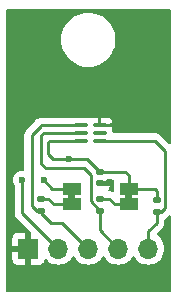
<source format=gbr>
%TF.GenerationSoftware,KiCad,Pcbnew,8.0.4-8.0.4-0~ubuntu22.04.1*%
%TF.CreationDate,2024-08-06T19:19:49+09:30*%
%TF.ProjectId,apds9306-65_breakout-board,61706473-3933-4303-962d-36355f627265,1.0*%
%TF.SameCoordinates,Original*%
%TF.FileFunction,Copper,L1,Top*%
%TF.FilePolarity,Positive*%
%FSLAX46Y46*%
G04 Gerber Fmt 4.6, Leading zero omitted, Abs format (unit mm)*
G04 Created by KiCad (PCBNEW 8.0.4-8.0.4-0~ubuntu22.04.1) date 2024-08-06 19:19:49*
%MOMM*%
%LPD*%
G01*
G04 APERTURE LIST*
G04 Aperture macros list*
%AMRoundRect*
0 Rectangle with rounded corners*
0 $1 Rounding radius*
0 $2 $3 $4 $5 $6 $7 $8 $9 X,Y pos of 4 corners*
0 Add a 4 corners polygon primitive as box body*
4,1,4,$2,$3,$4,$5,$6,$7,$8,$9,$2,$3,0*
0 Add four circle primitives for the rounded corners*
1,1,$1+$1,$2,$3*
1,1,$1+$1,$4,$5*
1,1,$1+$1,$6,$7*
1,1,$1+$1,$8,$9*
0 Add four rect primitives between the rounded corners*
20,1,$1+$1,$2,$3,$4,$5,0*
20,1,$1+$1,$4,$5,$6,$7,0*
20,1,$1+$1,$6,$7,$8,$9,0*
20,1,$1+$1,$8,$9,$2,$3,0*%
G04 Aperture macros list end*
%TA.AperFunction,EtchedComponent*%
%ADD10C,0.000000*%
%TD*%
%TA.AperFunction,ComponentPad*%
%ADD11O,1.700000X1.700000*%
%TD*%
%TA.AperFunction,ComponentPad*%
%ADD12R,1.700000X1.700000*%
%TD*%
%TA.AperFunction,SMDPad,CuDef*%
%ADD13RoundRect,0.140000X-0.170000X0.140000X-0.170000X-0.140000X0.170000X-0.140000X0.170000X0.140000X0*%
%TD*%
%TA.AperFunction,SMDPad,CuDef*%
%ADD14RoundRect,0.135000X-0.185000X0.135000X-0.185000X-0.135000X0.185000X-0.135000X0.185000X0.135000X0*%
%TD*%
%TA.AperFunction,SMDPad,CuDef*%
%ADD15R,1.500000X1.000000*%
%TD*%
%TA.AperFunction,SMDPad,CuDef*%
%ADD16RoundRect,0.075000X-0.512500X-0.075000X0.512500X-0.075000X0.512500X0.075000X-0.512500X0.075000X0*%
%TD*%
%TA.AperFunction,ViaPad*%
%ADD17C,0.600000*%
%TD*%
%TA.AperFunction,Conductor*%
%ADD18C,0.254000*%
%TD*%
G04 APERTURE END LIST*
D10*
%TA.AperFunction,EtchedComponent*%
%TO.C,JP2*%
G36*
X140980000Y-111030000D02*
G01*
X140380000Y-111030000D01*
X140380000Y-110530000D01*
X140980000Y-110530000D01*
X140980000Y-111030000D01*
G37*
%TD.AperFunction*%
%TA.AperFunction,EtchedComponent*%
%TO.C,JP1*%
G36*
X145780000Y-111030000D02*
G01*
X145180000Y-111030000D01*
X145180000Y-110530000D01*
X145780000Y-110530000D01*
X145780000Y-111030000D01*
G37*
%TD.AperFunction*%
%TD*%
D11*
%TO.P,J1,5,Pin_5*%
%TO.N,/~{INT}*%
X147160000Y-115180000D03*
%TO.P,J1,4,Pin_4*%
%TO.N,/SDA*%
X144620000Y-115180000D03*
%TO.P,J1,3,Pin_3*%
%TO.N,/SCL*%
X142080000Y-115180000D03*
%TO.P,J1,2,Pin_2*%
%TO.N,+3.3V*%
X139540000Y-115180000D03*
D12*
%TO.P,J1,1,Pin_1*%
%TO.N,GND*%
X137000000Y-115180000D03*
%TD*%
D13*
%TO.P,C1,1*%
%TO.N,+3.3V*%
X143080000Y-108700000D03*
%TO.P,C1,2*%
%TO.N,GND*%
X143080000Y-109660000D03*
%TD*%
D14*
%TO.P,R1,1*%
%TO.N,Net-(JP1-A)*%
X143080000Y-110960000D03*
%TO.P,R1,2*%
%TO.N,/SDA*%
X143080000Y-111980000D03*
%TD*%
D15*
%TO.P,JP2,1,A*%
%TO.N,Net-(JP2-A)*%
X140680000Y-111430000D03*
%TO.P,JP2,2,B*%
%TO.N,+3.3V*%
X140680000Y-110130000D03*
%TD*%
D14*
%TO.P,R3,2*%
%TO.N,/~{INT}*%
X147880000Y-112090000D03*
%TO.P,R3,1*%
%TO.N,+3.3V*%
X147880000Y-111070000D03*
%TD*%
%TO.P,R2,1*%
%TO.N,Net-(JP2-A)*%
X138080000Y-110970000D03*
%TO.P,R2,2*%
%TO.N,/SCL*%
X138080000Y-111990000D03*
%TD*%
D16*
%TO.P,U1,1,SCL*%
%TO.N,/SCL*%
X141462500Y-104730000D03*
%TO.P,U1,2,SDA*%
%TO.N,/SDA*%
X141462500Y-105380000D03*
%TO.P,U1,3,VDD*%
%TO.N,+3.3V*%
X141462500Y-106030000D03*
%TO.P,U1,4,INT*%
%TO.N,/~{INT}*%
X143037500Y-106030000D03*
%TO.P,U1,5,NC*%
%TO.N,unconnected-(U1-NC-Pad5)*%
X143037500Y-105380000D03*
%TO.P,U1,6,GND*%
%TO.N,GND*%
X143037500Y-104730000D03*
%TD*%
D15*
%TO.P,JP1,2,B*%
%TO.N,+3.3V*%
X145480000Y-110130000D03*
%TO.P,JP1,1,A*%
%TO.N,Net-(JP1-A)*%
X145480000Y-111430000D03*
%TD*%
D17*
%TO.N,GND*%
X144580000Y-102380000D03*
X139480000Y-102380000D03*
X147580000Y-97480000D03*
X136580000Y-97380000D03*
%TO.N,+3.3V*%
X140480000Y-107580000D03*
%TO.N,GND*%
X143880000Y-109580000D03*
X145680000Y-104780000D03*
%TO.N,+3.3V*%
X136480000Y-109380000D03*
X138280000Y-109380000D03*
%TD*%
D18*
%TO.N,+3.3V*%
X143080000Y-108700000D02*
X141960000Y-107580000D01*
X138680000Y-107180000D02*
X138680000Y-106180000D01*
X141960000Y-107580000D02*
X139080000Y-107580000D01*
X139080000Y-107580000D02*
X138680000Y-107180000D01*
X138680000Y-106180000D02*
X138830000Y-106030000D01*
X138830000Y-106030000D02*
X141462500Y-106030000D01*
X145480000Y-110130000D02*
X145480000Y-108980000D01*
X145480000Y-108980000D02*
X145200000Y-108700000D01*
X145200000Y-108700000D02*
X143080000Y-108700000D01*
X147880000Y-111070000D02*
X147880000Y-110280000D01*
X147880000Y-110280000D02*
X147730000Y-110130000D01*
X147730000Y-110130000D02*
X145480000Y-110130000D01*
%TO.N,/~{INT}*%
X147880000Y-112090000D02*
X148270000Y-112090000D01*
X148270000Y-112090000D02*
X148580000Y-111780000D01*
X148580000Y-111780000D02*
X148580000Y-106880000D01*
X148580000Y-106880000D02*
X147730000Y-106030000D01*
X147730000Y-106030000D02*
X143037500Y-106030000D01*
%TO.N,GND*%
X143800000Y-109660000D02*
X143880000Y-109580000D01*
X143080000Y-109660000D02*
X143800000Y-109660000D01*
X145630000Y-104730000D02*
X145680000Y-104780000D01*
X143037500Y-104730000D02*
X145630000Y-104730000D01*
%TO.N,+3.3V*%
X136480000Y-112180000D02*
X136480000Y-109380000D01*
X139480000Y-115180000D02*
X136480000Y-112180000D01*
X139540000Y-115180000D02*
X139480000Y-115180000D01*
X139030000Y-110130000D02*
X138280000Y-109380000D01*
X140680000Y-110130000D02*
X139030000Y-110130000D01*
%TO.N,/SDA*%
X143080000Y-111980000D02*
X142280000Y-111180000D01*
X142280000Y-111180000D02*
X142280000Y-108980000D01*
X142280000Y-108980000D02*
X141680000Y-108380000D01*
X138080000Y-107980000D02*
X138080000Y-105580000D01*
X141680000Y-108380000D02*
X138480000Y-108380000D01*
X138480000Y-108380000D02*
X138080000Y-107980000D01*
X138080000Y-105580000D02*
X138280000Y-105380000D01*
X138280000Y-105380000D02*
X141462500Y-105380000D01*
%TO.N,/~{INT}*%
X147160000Y-113700000D02*
X147880000Y-112980000D01*
X147160000Y-115180000D02*
X147160000Y-113700000D01*
X147880000Y-112980000D02*
X147880000Y-112090000D01*
%TO.N,/SDA*%
X144620000Y-115180000D02*
X143080000Y-113640000D01*
X143080000Y-113640000D02*
X143080000Y-111980000D01*
%TO.N,Net-(JP1-A)*%
X143080000Y-110960000D02*
X143860000Y-110960000D01*
X143860000Y-110960000D02*
X144330000Y-111430000D01*
X144330000Y-111430000D02*
X145480000Y-111430000D01*
%TO.N,Net-(JP2-A)*%
X140680000Y-111430000D02*
X139130000Y-111430000D01*
X139130000Y-111430000D02*
X138670000Y-110970000D01*
X138670000Y-110970000D02*
X138080000Y-110970000D01*
%TO.N,/SCL*%
X137280000Y-105580000D02*
X138080000Y-104780000D01*
X137280000Y-111580000D02*
X137280000Y-105580000D01*
X138080000Y-104730000D02*
X141462500Y-104730000D01*
X138080000Y-104780000D02*
X138080000Y-104730000D01*
X138080000Y-111990000D02*
X137690000Y-111990000D01*
X137690000Y-111990000D02*
X137280000Y-111580000D01*
X139880000Y-112980000D02*
X138880000Y-112980000D01*
X138080000Y-111990000D02*
X138080000Y-112180000D01*
X138080000Y-112180000D02*
X138880000Y-112980000D01*
X142080000Y-115180000D02*
X139880000Y-112980000D01*
%TD*%
%TA.AperFunction,Conductor*%
%TO.N,GND*%
G36*
X149022539Y-94900185D02*
G01*
X149068294Y-94952989D01*
X149079500Y-95004500D01*
X149079500Y-106192718D01*
X149059815Y-106259757D01*
X149007011Y-106305512D01*
X148937853Y-106315456D01*
X148874297Y-106286431D01*
X148867819Y-106280399D01*
X148130011Y-105542591D01*
X148130007Y-105542588D01*
X148027235Y-105473918D01*
X148027226Y-105473913D01*
X147993785Y-105460062D01*
X147913035Y-105426614D01*
X147913027Y-105426612D01*
X147791807Y-105402500D01*
X147791803Y-105402500D01*
X144249500Y-105402500D01*
X144182461Y-105382815D01*
X144136706Y-105330011D01*
X144125500Y-105278500D01*
X144125500Y-105267286D01*
X144125499Y-105267272D01*
X144114008Y-105179992D01*
X144110687Y-105154764D01*
X144088747Y-105101798D01*
X144081279Y-105032330D01*
X144088748Y-105006892D01*
X144110200Y-104955103D01*
X144120088Y-104880000D01*
X143983582Y-104880000D01*
X143916543Y-104860315D01*
X143908095Y-104854375D01*
X143840328Y-104802375D01*
X143799126Y-104745947D01*
X143794971Y-104676201D01*
X143829184Y-104615281D01*
X143890901Y-104582529D01*
X143915815Y-104580000D01*
X144120088Y-104580000D01*
X144120088Y-104579999D01*
X144110199Y-104504896D01*
X144110198Y-104504891D01*
X144052263Y-104365021D01*
X143960094Y-104244905D01*
X143839978Y-104152736D01*
X143700108Y-104094801D01*
X143700104Y-104094800D01*
X143587697Y-104080000D01*
X143187500Y-104080000D01*
X143187500Y-104605500D01*
X143167815Y-104672539D01*
X143115011Y-104718294D01*
X143063500Y-104729500D01*
X143011500Y-104729500D01*
X142944461Y-104709815D01*
X142898706Y-104657011D01*
X142887500Y-104605500D01*
X142887500Y-104080000D01*
X142487302Y-104080000D01*
X142374895Y-104094800D01*
X142298102Y-104126607D01*
X142228633Y-104134074D01*
X142203200Y-104126606D01*
X142125239Y-104094314D01*
X142125237Y-104094313D01*
X142125236Y-104094313D01*
X142111171Y-104092461D01*
X142012727Y-104079500D01*
X142012720Y-104079500D01*
X140912280Y-104079500D01*
X140912272Y-104079500D01*
X140799764Y-104094313D01*
X140791913Y-104096417D01*
X140791609Y-104095285D01*
X140755334Y-104102500D01*
X138018195Y-104102500D01*
X137896970Y-104126613D01*
X137896960Y-104126616D01*
X137782773Y-104173913D01*
X137782760Y-104173920D01*
X137679992Y-104242588D01*
X137679988Y-104242591D01*
X137592590Y-104329989D01*
X137523914Y-104432771D01*
X137522111Y-104437125D01*
X137495235Y-104477344D01*
X137017478Y-104955103D01*
X136879992Y-105092589D01*
X136817819Y-105154762D01*
X136792589Y-105179992D01*
X136723915Y-105282770D01*
X136713590Y-105307698D01*
X136676615Y-105396962D01*
X136676612Y-105396972D01*
X136661307Y-105473918D01*
X136652500Y-105518192D01*
X136652500Y-108455114D01*
X136632815Y-108522153D01*
X136580011Y-108567908D01*
X136514620Y-108578335D01*
X136490465Y-108575614D01*
X136480000Y-108574435D01*
X136479999Y-108574435D01*
X136479998Y-108574435D01*
X136479996Y-108574435D01*
X136300750Y-108594630D01*
X136300745Y-108594631D01*
X136130476Y-108654211D01*
X135977737Y-108750184D01*
X135850184Y-108877737D01*
X135754211Y-109030476D01*
X135694631Y-109200745D01*
X135694630Y-109200750D01*
X135674435Y-109379996D01*
X135674435Y-109380003D01*
X135694630Y-109559249D01*
X135694631Y-109559254D01*
X135754211Y-109729524D01*
X135833493Y-109855698D01*
X135852500Y-109921671D01*
X135852500Y-112241807D01*
X135876612Y-112363028D01*
X135876614Y-112363035D01*
X135901833Y-112423917D01*
X135923913Y-112477225D01*
X135923920Y-112477238D01*
X135969921Y-112546083D01*
X135969922Y-112546084D01*
X135992590Y-112580010D01*
X135992591Y-112580011D01*
X137213681Y-113801100D01*
X137247166Y-113862423D01*
X137250000Y-113888781D01*
X137250000Y-114746988D01*
X137192993Y-114714075D01*
X137065826Y-114680000D01*
X136934174Y-114680000D01*
X136807007Y-114714075D01*
X136750000Y-114746988D01*
X136750000Y-113830000D01*
X136102155Y-113830000D01*
X136042627Y-113836401D01*
X136042620Y-113836403D01*
X135907913Y-113886645D01*
X135907906Y-113886649D01*
X135792812Y-113972809D01*
X135792809Y-113972812D01*
X135706649Y-114087906D01*
X135706645Y-114087913D01*
X135656403Y-114222620D01*
X135656401Y-114222627D01*
X135650000Y-114282155D01*
X135650000Y-114930000D01*
X136566988Y-114930000D01*
X136534075Y-114987007D01*
X136500000Y-115114174D01*
X136500000Y-115245826D01*
X136534075Y-115372993D01*
X136566988Y-115430000D01*
X135650000Y-115430000D01*
X135650000Y-116077844D01*
X135656401Y-116137372D01*
X135656403Y-116137379D01*
X135706645Y-116272086D01*
X135706649Y-116272093D01*
X135792809Y-116387187D01*
X135792812Y-116387190D01*
X135907906Y-116473350D01*
X135907913Y-116473354D01*
X136042620Y-116523596D01*
X136042627Y-116523598D01*
X136102155Y-116529999D01*
X136102172Y-116530000D01*
X136750000Y-116530000D01*
X136750000Y-115613012D01*
X136807007Y-115645925D01*
X136934174Y-115680000D01*
X137065826Y-115680000D01*
X137192993Y-115645925D01*
X137250000Y-115613012D01*
X137250000Y-116530000D01*
X137897828Y-116530000D01*
X137897844Y-116529999D01*
X137957372Y-116523598D01*
X137957379Y-116523596D01*
X138092086Y-116473354D01*
X138092093Y-116473350D01*
X138207187Y-116387190D01*
X138207190Y-116387187D01*
X138293350Y-116272093D01*
X138293354Y-116272086D01*
X138342422Y-116140529D01*
X138384293Y-116084595D01*
X138449757Y-116060178D01*
X138518030Y-116075030D01*
X138546285Y-116096181D01*
X138668599Y-116218495D01*
X138745135Y-116272086D01*
X138862165Y-116354032D01*
X138862167Y-116354033D01*
X138862170Y-116354035D01*
X139076337Y-116453903D01*
X139304592Y-116515063D01*
X139475319Y-116530000D01*
X139539999Y-116535659D01*
X139540000Y-116535659D01*
X139540001Y-116535659D01*
X139604681Y-116530000D01*
X139775408Y-116515063D01*
X140003663Y-116453903D01*
X140217830Y-116354035D01*
X140411401Y-116218495D01*
X140578495Y-116051401D01*
X140708425Y-115865842D01*
X140763002Y-115822217D01*
X140832500Y-115815023D01*
X140894855Y-115846546D01*
X140911575Y-115865842D01*
X141041500Y-116051395D01*
X141041505Y-116051401D01*
X141208599Y-116218495D01*
X141285135Y-116272086D01*
X141402165Y-116354032D01*
X141402167Y-116354033D01*
X141402170Y-116354035D01*
X141616337Y-116453903D01*
X141844592Y-116515063D01*
X142015319Y-116530000D01*
X142079999Y-116535659D01*
X142080000Y-116535659D01*
X142080001Y-116535659D01*
X142144681Y-116530000D01*
X142315408Y-116515063D01*
X142543663Y-116453903D01*
X142757830Y-116354035D01*
X142951401Y-116218495D01*
X143118495Y-116051401D01*
X143248425Y-115865842D01*
X143303002Y-115822217D01*
X143372500Y-115815023D01*
X143434855Y-115846546D01*
X143451575Y-115865842D01*
X143581500Y-116051395D01*
X143581505Y-116051401D01*
X143748599Y-116218495D01*
X143825135Y-116272086D01*
X143942165Y-116354032D01*
X143942167Y-116354033D01*
X143942170Y-116354035D01*
X144156337Y-116453903D01*
X144384592Y-116515063D01*
X144555319Y-116530000D01*
X144619999Y-116535659D01*
X144620000Y-116535659D01*
X144620001Y-116535659D01*
X144684681Y-116530000D01*
X144855408Y-116515063D01*
X145083663Y-116453903D01*
X145297830Y-116354035D01*
X145491401Y-116218495D01*
X145658495Y-116051401D01*
X145788425Y-115865842D01*
X145843002Y-115822217D01*
X145912500Y-115815023D01*
X145974855Y-115846546D01*
X145991575Y-115865842D01*
X146121500Y-116051395D01*
X146121505Y-116051401D01*
X146288599Y-116218495D01*
X146365135Y-116272086D01*
X146482165Y-116354032D01*
X146482167Y-116354033D01*
X146482170Y-116354035D01*
X146696337Y-116453903D01*
X146924592Y-116515063D01*
X147095319Y-116530000D01*
X147159999Y-116535659D01*
X147160000Y-116535659D01*
X147160001Y-116535659D01*
X147224681Y-116530000D01*
X147395408Y-116515063D01*
X147623663Y-116453903D01*
X147837830Y-116354035D01*
X148031401Y-116218495D01*
X148198495Y-116051401D01*
X148334035Y-115857830D01*
X148433903Y-115643663D01*
X148495063Y-115415408D01*
X148515659Y-115180000D01*
X148495063Y-114944592D01*
X148433903Y-114716337D01*
X148334035Y-114502171D01*
X148328425Y-114494158D01*
X148198494Y-114308597D01*
X148031402Y-114141506D01*
X148031395Y-114141501D01*
X147902197Y-114051035D01*
X147858572Y-113996458D01*
X147851378Y-113926960D01*
X147882901Y-113864605D01*
X147885607Y-113861811D01*
X148367411Y-113380008D01*
X148392294Y-113342768D01*
X148436083Y-113277233D01*
X148462859Y-113212589D01*
X148483386Y-113163034D01*
X148507500Y-113041803D01*
X148507500Y-112918197D01*
X148507500Y-112752274D01*
X148527185Y-112685235D01*
X148562610Y-112649171D01*
X148567229Y-112646084D01*
X148567233Y-112646083D01*
X148670008Y-112577411D01*
X148757411Y-112490008D01*
X148867819Y-112379600D01*
X148929142Y-112346115D01*
X148998834Y-112351099D01*
X149054767Y-112392971D01*
X149079184Y-112458435D01*
X149079500Y-112467281D01*
X149079500Y-118755500D01*
X149059815Y-118822539D01*
X149007011Y-118868294D01*
X148955500Y-118879500D01*
X135204500Y-118879500D01*
X135137461Y-118859815D01*
X135091706Y-118807011D01*
X135080500Y-118755500D01*
X135080500Y-97500000D01*
X139764564Y-97500000D01*
X139784287Y-97800918D01*
X139784288Y-97800930D01*
X139843118Y-98096683D01*
X139843122Y-98096698D01*
X139940053Y-98382247D01*
X139940062Y-98382268D01*
X140073431Y-98652713D01*
X140073435Y-98652720D01*
X140240973Y-98903459D01*
X140439810Y-99130189D01*
X140666540Y-99329026D01*
X140917279Y-99496564D01*
X140917286Y-99496568D01*
X141187731Y-99629937D01*
X141187736Y-99629939D01*
X141187748Y-99629945D01*
X141473309Y-99726880D01*
X141673251Y-99766651D01*
X141769069Y-99785711D01*
X141769070Y-99785711D01*
X141769080Y-99785713D01*
X142070000Y-99805436D01*
X142370920Y-99785713D01*
X142666691Y-99726880D01*
X142952252Y-99629945D01*
X143222718Y-99496566D01*
X143473461Y-99329025D01*
X143700189Y-99130189D01*
X143899025Y-98903461D01*
X144066566Y-98652718D01*
X144199945Y-98382252D01*
X144296880Y-98096691D01*
X144355713Y-97800920D01*
X144375436Y-97500000D01*
X144355713Y-97199080D01*
X144296880Y-96903309D01*
X144199945Y-96617748D01*
X144066566Y-96347282D01*
X143981681Y-96220242D01*
X143899026Y-96096540D01*
X143700189Y-95869810D01*
X143473459Y-95670973D01*
X143222720Y-95503435D01*
X143222713Y-95503431D01*
X142952268Y-95370062D01*
X142952247Y-95370053D01*
X142666698Y-95273122D01*
X142666692Y-95273120D01*
X142666691Y-95273120D01*
X142666689Y-95273119D01*
X142666683Y-95273118D01*
X142370930Y-95214288D01*
X142370921Y-95214287D01*
X142370920Y-95214287D01*
X142070000Y-95194564D01*
X141769080Y-95214287D01*
X141769079Y-95214287D01*
X141769069Y-95214288D01*
X141473316Y-95273118D01*
X141473301Y-95273122D01*
X141187752Y-95370053D01*
X141187731Y-95370062D01*
X140917286Y-95503431D01*
X140917279Y-95503435D01*
X140666540Y-95670973D01*
X140439810Y-95869810D01*
X140240973Y-96096540D01*
X140073435Y-96347279D01*
X140073431Y-96347286D01*
X139940062Y-96617731D01*
X139940053Y-96617752D01*
X139843122Y-96903301D01*
X139843118Y-96903316D01*
X139784288Y-97199069D01*
X139784287Y-97199081D01*
X139764564Y-97500000D01*
X135080500Y-97500000D01*
X135080500Y-95004500D01*
X135100185Y-94937461D01*
X135152989Y-94891706D01*
X135204500Y-94880500D01*
X148955500Y-94880500D01*
X149022539Y-94900185D01*
G37*
%TD.AperFunction*%
%TA.AperFunction,Conductor*%
G36*
X144197091Y-109347185D02*
G01*
X144242846Y-109399989D01*
X144252790Y-109469147D01*
X144246234Y-109494832D01*
X144235909Y-109522514D01*
X144235908Y-109522516D01*
X144229501Y-109582116D01*
X144229500Y-109582135D01*
X144229500Y-110248271D01*
X144209815Y-110315310D01*
X144157011Y-110361065D01*
X144087853Y-110371009D01*
X144058049Y-110362833D01*
X144053780Y-110361065D01*
X144043035Y-110356614D01*
X144043031Y-110356613D01*
X144043027Y-110356612D01*
X143921807Y-110332500D01*
X143921803Y-110332500D01*
X143896021Y-110332500D01*
X143828982Y-110312815D01*
X143783227Y-110260011D01*
X143773283Y-110190853D01*
X143789289Y-110145379D01*
X143842031Y-110056196D01*
X143842031Y-110056195D01*
X143884504Y-109910000D01*
X143031500Y-109910000D01*
X142964461Y-109890315D01*
X142918706Y-109837511D01*
X142907500Y-109786000D01*
X142907500Y-109604500D01*
X142927185Y-109537461D01*
X142979989Y-109491706D01*
X143031500Y-109480500D01*
X143314682Y-109480500D01*
X143314690Y-109480500D01*
X143350993Y-109477643D01*
X143350995Y-109477642D01*
X143350997Y-109477642D01*
X143506389Y-109432496D01*
X143506389Y-109432495D01*
X143506395Y-109432494D01*
X143515233Y-109427267D01*
X143578352Y-109410000D01*
X143884505Y-109410000D01*
X143909246Y-109377048D01*
X143965240Y-109335256D01*
X144008407Y-109327500D01*
X144130052Y-109327500D01*
X144197091Y-109347185D01*
G37*
%TD.AperFunction*%
%TD*%
M02*

</source>
